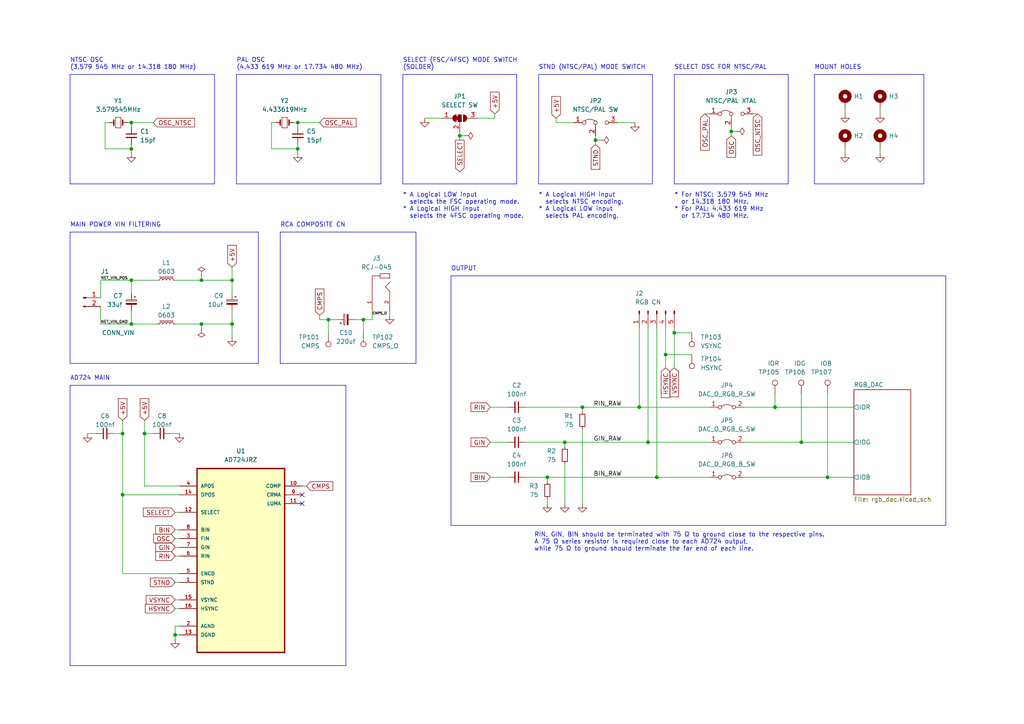
<source format=kicad_sch>
(kicad_sch (version 20230121) (generator eeschema)
  (paper "A4")
  (lib_symbols
    (symbol "AD724JRZ:AD724JRZ" (pin_names (offset 1.016))
      (property "Reference" "U" (at -5.8166 25.5016 0))
      (property "Value" "AD724JRZ" (at -7.7724 -34.1884 0))
      (symbol "AD724JRZ_0_0"
        (rectangle (start -12.7 -30.48) (end 12.7 22.86) (stroke (width 0.4064)) (fill (type background)))
        (pin input line (at -17.78 -10.16 0) (length 5.08) (name "STND") (number "1"))
        (pin output line (at 17.78 17.78 180) (length 5.08) (name "COMP") (number "10"))
        (pin output line (at 17.78 12.7 180) (length 5.08) (name "LUMA") (number "11"))
        (pin input line (at -17.78 10.16 0) (length 5.08) (name "SELECT") (number "12"))
        (pin passive line (at -17.78 -25.4 0) (length 5.08) (name "DGND") (number "13"))
        (pin power_in line (at -17.78 15.24 0) (length 5.08) (name "DPOS") (number "14"))
        (pin input line (at -17.78 -15.24 0) (length 5.08) (name "VSYNC") (number "15"))
        (pin input line (at -17.78 -17.78 0) (length 5.08) (name "HSYNC") (number "16"))
        (pin passive line (at -17.78 -22.86 0) (length 5.08) (name "AGND") (number "2"))
        (pin input line (at -17.78 2.54 0) (length 5.08) (name "FIN") (number "3"))
        (pin power_in line (at -17.78 17.78 0) (length 5.08) (name "APOS") (number "4"))
        (pin input line (at -17.78 -7.62 0) (length 5.08) (name "ENCD") (number "5"))
        (pin input line (at -17.78 -2.54 0) (length 5.08) (name "RIN") (number "6"))
        (pin input line (at -17.78 0 0) (length 5.08) (name "GIN") (number "7"))
        (pin input line (at -17.78 5.08 0) (length 5.08) (name "BIN") (number "8"))
        (pin output line (at 17.78 15.24 180) (length 5.08) (name "CRMA") (number "9"))
      )
    )
    (symbol "Connector:Conn_01x02_Male" (pin_names (offset 1.016) hide)
      (property "Reference" "J" (at 0 2.54 0))
      (property "Value" "Conn_01x02_Male" (at 0 -5.08 0))
      (symbol "Conn_01x02_Male_1_1"
        (polyline (pts (xy 1.27 -2.54) (xy 0.8636 -2.54)) (stroke (width 0.1524)))
        (polyline (pts (xy 1.27 0) (xy 0.8636 0)) (stroke (width 0.1524)))
        (rectangle (start 0.8636 -2.413) (end 0 -2.667) (stroke (width 0.1524)) (fill (type outline)))
        (rectangle (start 0.8636 0.127) (end 0 -0.127) (stroke (width 0.1524)) (fill (type outline)))
        (pin passive line (at 5.08 0 180) (length 3.81) (name "Pin_1") (number "1"))
        (pin passive line (at 5.08 -2.54 180) (length 3.81) (name "Pin_2") (number "2"))
      )
    )
    (symbol "Connector:Conn_01x05_Male" (pin_names (offset 1.016) hide)
      (property "Reference" "J" (at 0 7.62 0))
      (property "Value" "Conn_01x05_Male" (at 0 -7.62 0))
      (symbol "Conn_01x05_Male_1_1"
        (polyline (pts (xy 1.27 -5.08) (xy 0.8636 -5.08)) (stroke (width 0.1524)))
        (polyline (pts (xy 1.27 -2.54) (xy 0.8636 -2.54)) (stroke (width 0.1524)))
        (polyline (pts (xy 1.27 0) (xy 0.8636 0)) (stroke (width 0.1524)))
        (polyline (pts (xy 1.27 2.54) (xy 0.8636 2.54)) (stroke (width 0.1524)))
        (polyline (pts (xy 1.27 5.08) (xy 0.8636 5.08)) (stroke (width 0.1524)))
        (rectangle (start 0.8636 -4.953) (end 0 -5.207) (stroke (width 0.1524)) (fill (type outline)))
        (rectangle (start 0.8636 -2.413) (end 0 -2.667) (stroke (width 0.1524)) (fill (type outline)))
        (rectangle (start 0.8636 0.127) (end 0 -0.127) (stroke (width 0.1524)) (fill (type outline)))
        (rectangle (start 0.8636 2.667) (end 0 2.413) (stroke (width 0.1524)) (fill (type outline)))
        (rectangle (start 0.8636 5.207) (end 0 4.953) (stroke (width 0.1524)) (fill (type outline)))
        (pin passive line (at 5.08 5.08 180) (length 3.81) (name "Pin_1") (number "1"))
        (pin passive line (at 5.08 2.54 180) (length 3.81) (name "Pin_2") (number "2"))
        (pin passive line (at 5.08 0 180) (length 3.81) (name "Pin_3") (number "3"))
        (pin passive line (at 5.08 -2.54 180) (length 3.81) (name "Pin_4") (number "4"))
        (pin passive line (at 5.08 -5.08 180) (length 3.81) (name "Pin_5") (number "5"))
      )
    )
    (symbol "Connector:TestPoint" (pin_numbers hide) (pin_names (offset 0.762) hide)
      (property "Reference" "TP" (at 0 6.858 0))
      (property "Value" "TestPoint" (at 0 5.08 0))
      (symbol "TestPoint_0_1"
        (circle (center 0 3.302) (radius 0.762))
      )
      (symbol "TestPoint_1_1"
        (pin passive line (at 0 0 90) (length 2.54) (name "1") (number "1"))
      )
    )
    (symbol "Device:C_Polarized_Small" (pin_numbers hide) (pin_names (offset 0.254) hide)
      (property "Reference" "C" (at 0.254 1.778 0))
      (property "Value" "C_Polarized_Small" (at 0.254 -2.032 0))
      (symbol "C_Polarized_Small_0_1"
        (rectangle (start -1.524 -0.3048) (end 1.524 -0.6858) (fill (type outline)))
        (rectangle (start -1.524 0.6858) (end 1.524 0.3048))
        (polyline (pts (xy -1.27 1.524) (xy -0.762 1.524)))
        (polyline (pts (xy -1.016 1.27) (xy -1.016 1.778)))
      )
      (symbol "C_Polarized_Small_1_1"
        (pin passive line (at 0 2.54 270) (length 1.8542) (name "~") (number "1"))
        (pin passive line (at 0 -2.54 90) (length 1.8542) (name "~") (number "2"))
      )
    )
    (symbol "Device:C_Small" (pin_numbers hide) (pin_names (offset 0.254) hide)
      (property "Reference" "C" (at 0.254 1.778 0))
      (property "Value" "C_Small" (at 0.254 -2.032 0))
      (symbol "C_Small_0_1"
        (polyline (pts (xy -1.524 -0.508) (xy 1.524 -0.508)) (stroke (width 0.3302)))
        (polyline (pts (xy -1.524 0.508) (xy 1.524 0.508)) (stroke (width 0.3048)))
      )
      (symbol "C_Small_1_1"
        (pin passive line (at 0 2.54 270) (length 2.032) (name "~") (number "1"))
        (pin passive line (at 0 -2.54 90) (length 2.032) (name "~") (number "2"))
      )
    )
    (symbol "Device:Crystal_Small" (pin_numbers hide) (pin_names (offset 1.016) hide)
      (property "Reference" "Y" (at 0 2.54 0))
      (property "Value" "Crystal_Small" (at 0 -2.54 0))
      (symbol "Crystal_Small_0_1"
        (rectangle (start -0.762 -1.524) (end 0.762 1.524))
        (polyline (pts (xy -1.27 -0.762) (xy -1.27 0.762)) (stroke (width 0.381)))
        (polyline (pts (xy 1.27 -0.762) (xy 1.27 0.762)) (stroke (width 0.381)))
      )
      (symbol "Crystal_Small_1_1"
        (pin passive line (at -2.54 0 0) (length 1.27) (name "1") (number "1"))
        (pin passive line (at 2.54 0 180) (length 1.27) (name "2") (number "2"))
      )
    )
    (symbol "Device:L_Ferrite_Small" (pin_numbers hide) (pin_names (offset 0.254) hide)
      (property "Reference" "L" (at 1.27 1.016 0))
      (property "Value" "L_Ferrite_Small" (at 1.27 -1.27 0))
      (symbol "L_Ferrite_Small_0_1"
        (arc (start 0 -2.032) (mid 0.5058 -1.524) (end 0 -1.016))
        (arc (start 0 -1.016) (mid 0.5058 -0.508) (end 0 0))
        (polyline (pts (xy 0.762 -1.905) (xy 0.762 -1.651)))
        (polyline (pts (xy 0.762 -1.397) (xy 0.762 -1.143)))
        (polyline (pts (xy 0.762 -0.889) (xy 0.762 -0.635)))
        (polyline (pts (xy 0.762 -0.381) (xy 0.762 -0.127)))
        (polyline (pts (xy 0.762 0.127) (xy 0.762 0.381)))
        (polyline (pts (xy 0.762 0.635) (xy 0.762 0.889)))
        (polyline (pts (xy 0.762 1.143) (xy 0.762 1.397)))
        (polyline (pts (xy 0.762 1.651) (xy 0.762 1.905)))
        (polyline (pts (xy 1.016 -1.651) (xy 1.016 -1.905)))
        (polyline (pts (xy 1.016 -1.143) (xy 1.016 -1.397)))
        (polyline (pts (xy 1.016 -0.635) (xy 1.016 -0.889)))
        (polyline (pts (xy 1.016 -0.127) (xy 1.016 -0.381)))
        (polyline (pts (xy 1.016 0.381) (xy 1.016 0.127)))
        (polyline (pts (xy 1.016 0.889) (xy 1.016 0.635)))
        (polyline (pts (xy 1.016 1.397) (xy 1.016 1.143)))
        (polyline (pts (xy 1.016 1.905) (xy 1.016 1.651)))
        (arc (start 0 0) (mid 0.5058 0.508) (end 0 1.016))
        (arc (start 0 1.016) (mid 0.5058 1.524) (end 0 2.032))
      )
      (symbol "L_Ferrite_Small_1_1"
        (pin passive line (at 0 2.54 270) (length 0.508) (name "~") (number "1"))
        (pin passive line (at 0 -2.54 90) (length 0.508) (name "~") (number "2"))
      )
    )
    (symbol "Device:R_Small" (pin_numbers hide) (pin_names (offset 0.254) hide)
      (property "Reference" "R" (at 0.762 0.508 0))
      (property "Value" "R_Small" (at 0.762 -1.016 0))
      (symbol "R_Small_0_1"
        (rectangle (start -0.762 1.778) (end 0.762 -1.778) (stroke (width 0.2032)))
      )
      (symbol "R_Small_1_1"
        (pin passive line (at 0 2.54 270) (length 0.762) (name "~") (number "1"))
        (pin passive line (at 0 -2.54 90) (length 0.762) (name "~") (number "2"))
      )
    )
    (symbol "Jumper:Jumper_2_Bridged" (pin_names (offset 0) hide)
      (property "Reference" "JP" (at 0 1.905 0))
      (property "Value" "Jumper_2_Bridged" (at 0 -2.54 0))
      (symbol "Jumper_2_Bridged_0_0"
        (circle (center -2.032 0) (radius 0.508))
        (circle (center 2.032 0) (radius 0.508))
      )
      (symbol "Jumper_2_Bridged_0_1"
        (arc (start 1.524 0.254) (mid 0 0.762) (end -1.524 0.254))
      )
      (symbol "Jumper_2_Bridged_1_1"
        (pin passive line (at -5.08 0 0) (length 2.54) (name "A") (number "1"))
        (pin passive line (at 5.08 0 180) (length 2.54) (name "B") (number "2"))
      )
    )
    (symbol "Jumper:Jumper_3_Bridged12" (pin_names (offset 0) hide)
      (property "Reference" "JP" (at -2.54 -2.54 0))
      (property "Value" "Jumper_3_Bridged12" (at 0 2.794 0))
      (symbol "Jumper_3_Bridged12_0_0"
        (circle (center -3.302 0) (radius 0.508))
        (circle (center 0 0) (radius 0.508))
        (circle (center 3.302 0) (radius 0.508))
      )
      (symbol "Jumper_3_Bridged12_0_1"
        (arc (start -0.254 0.508) (mid -1.651 0.9912) (end -3.048 0.508))
        (polyline (pts (xy 0 -1.27) (xy 0 -0.508)))
      )
      (symbol "Jumper_3_Bridged12_1_1"
        (pin passive line (at -6.35 0 0) (length 2.54) (name "A") (number "1"))
        (pin input line (at 0 -3.81 90) (length 2.54) (name "C") (number "2"))
        (pin passive line (at 6.35 0 180) (length 2.54) (name "B") (number "3"))
      )
    )
    (symbol "Jumper:SolderJumper_3_Bridged12" (pin_names (offset 0) hide)
      (property "Reference" "JP" (at -2.54 -2.54 0))
      (property "Value" "SolderJumper_3_Bridged12" (at 0 2.794 0))
      (symbol "SolderJumper_3_Bridged12_0_1"
        (rectangle (start -1.016 0.508) (end -0.508 -0.508) (fill (type outline)))
        (arc (start -1.016 1.016) (mid -2.0276 0) (end -1.016 -1.016))
        (arc (start -1.016 1.016) (mid -2.0276 0) (end -1.016 -1.016) (fill (type outline)))
        (rectangle (start -0.508 1.016) (end 0.508 -1.016) (fill (type outline)))
        (polyline (pts (xy -2.54 0) (xy -2.032 0)))
        (polyline (pts (xy -1.016 1.016) (xy -1.016 -1.016)))
        (polyline (pts (xy 0 -1.27) (xy 0 -1.016)))
        (polyline (pts (xy 1.016 1.016) (xy 1.016 -1.016)))
        (polyline (pts (xy 2.54 0) (xy 2.032 0)))
        (arc (start 1.016 -1.016) (mid 2.0276 0) (end 1.016 1.016))
        (arc (start 1.016 -1.016) (mid 2.0276 0) (end 1.016 1.016) (fill (type outline)))
      )
      (symbol "SolderJumper_3_Bridged12_1_1"
        (pin passive line (at -5.08 0 0) (length 2.54) (name "A") (number "1"))
        (pin input line (at 0 -3.81 90) (length 2.54) (name "C") (number "2"))
        (pin passive line (at 5.08 0 180) (length 2.54) (name "B") (number "3"))
      )
    )
    (symbol "Mechanical:MountingHole_Pad" (pin_numbers hide) (pin_names (offset 1.016) hide)
      (property "Reference" "H" (at 0 6.35 0))
      (property "Value" "MountingHole_Pad" (at 0 4.445 0))
      (symbol "MountingHole_Pad_0_1"
        (circle (center 0 1.27) (radius 1.27) (stroke (width 1.27)))
      )
      (symbol "MountingHole_Pad_1_1"
        (pin input line (at 0 -2.54 90) (length 2.54) (name "1") (number "1"))
      )
    )
    (symbol "RCJ-045:RCJ-045" (pin_names (offset 1.016) hide)
      (property "Reference" "J" (at -5.6388 4.0894 0))
      (property "Value" "RCJ-045" (at -5.1054 -5.6134 0))
      (symbol "RCJ-045_0_0"
        (polyline (pts (xy -5.715 -0.254) (xy -5.08 -0.254)) (stroke (width 0.1524)))
        (polyline (pts (xy -5.715 2.54) (xy -5.715 -0.254)) (stroke (width 0.1524)))
        (polyline (pts (xy -5.08 -2.54) (xy -5.08 -0.254)) (stroke (width 0.1524)))
        (polyline (pts (xy -5.08 -0.254) (xy -4.445 -0.254)) (stroke (width 0.1524)))
        (polyline (pts (xy -4.445 -0.254) (xy -4.445 2.54)) (stroke (width 0.1524)))
        (polyline (pts (xy -4.445 2.54) (xy -5.715 2.54)) (stroke (width 0.1524)))
        (polyline (pts (xy -1.905 1.27) (xy -3.175 2.54)) (stroke (width 0.1524)))
        (polyline (pts (xy -0.635 2.54) (xy -1.905 1.27)) (stroke (width 0.1524)))
        (polyline (pts (xy 0 -2.54) (xy -5.08 -2.54)) (stroke (width 0.1524)))
        (polyline (pts (xy 0 2.54) (xy -0.635 2.54)) (stroke (width 0.1524)))
        (pin passive line (at 5.08 -2.54 180) (length 5.08) (name "~") (number "1"))
        (pin passive line (at 5.08 2.54 180) (length 5.08) (name "~") (number "2"))
      )
    )
    (symbol "power:GND" (power) (pin_names (offset 0))
      (property "Value" "GND" (at 0 -3.81 0))
      (symbol "GND_0_1"
        (polyline (pts (xy 0 0) (xy 0 -1.27) (xy 1.27 -1.27) (xy 0 -2.54) (xy -1.27 -1.27) (xy 0 -1.27)))
      )
      (symbol "GND_1_1"
        (pin power_in line (at 0 0 270) (length 0) hide (name "GND") (number "1"))
      )
    )
    (symbol "power:PWR_FLAG" (power) (pin_numbers hide) (pin_names (offset 0) hide)
      (property "Value" "PWR_FLAG" (at 0 3.81 0))
      (symbol "PWR_FLAG_0_0"
        (pin power_out line (at 0 0 90) (length 0) (name "pwr") (number "1"))
      )
      (symbol "PWR_FLAG_0_1"
        (polyline (pts (xy 0 0) (xy 0 1.27) (xy -1.016 1.905) (xy 0 2.54) (xy 1.016 1.905) (xy 0 1.27)))
      )
    )
  )
  (junction (at 38.1 35.56))
  (junction (at 67.31 81.28))
  (junction (at 187.96 128.27))
  (junction (at 95.25 92.71))
  (junction (at 41.91 125.73))
  (junction (at 50.8 184.15))
  (junction (at 58.42 93.98))
  (junction (at 193.04 102.87))
  (junction (at 158.75 138.43))
  (junction (at 105.41 92.71))
  (junction (at 133.35 39.37))
  (junction (at 232.41 128.27))
  (junction (at 168.91 118.11))
  (junction (at 38.1 81.28))
  (junction (at 58.42 81.28))
  (junction (at 185.42 118.11))
  (junction (at 163.83 128.27))
  (junction (at 172.72 40.64))
  (junction (at 38.1 43.18))
  (junction (at 86.36 35.56))
  (junction (at 212.09 38.1))
  (junction (at 38.1 93.98))
  (junction (at 240.03 138.43))
  (junction (at 224.79 118.11))
  (junction (at 35.56 125.73))
  (junction (at 86.36 43.18))
  (junction (at 67.31 93.98))
  (junction (at 195.58 96.52))
  (junction (at 35.56 143.51))
  (junction (at 190.5 138.43))
  (no_connect (at 87.63 143.51))
  (no_connect (at 87.63 146.05))
  (wire (pts (xy 67.31 81.28) (xy 67.31 85.09)))
  (wire (pts (xy 212.09 38.1) (xy 212.09 36.83)))
  (wire (pts (xy 193.04 106.68) (xy 193.04 102.87)))
  (wire (pts (xy 232.41 114.3) (xy 232.41 128.27)))
  (wire (pts (xy 44.45 35.56) (xy 38.1 35.56)))
  (polyline (pts (xy 20.32 111.76) (xy 100.33 111.76)))
  (wire (pts (xy 88.9 140.97) (xy 87.63 140.97)))
  (polyline (pts (xy 74.93 105.41) (xy 74.93 67.31)))
  (wire (pts (xy 38.1 81.28) (xy 38.1 85.09)))
  (polyline (pts (xy 149.86 53.34) (xy 149.86 21.59)))
  (wire (pts (xy 92.71 91.44) (xy 92.71 92.71)))
  (wire (pts (xy 30.48 35.56) (xy 30.48 43.18)))
  (wire (pts (xy 92.71 35.56) (xy 86.36 35.56)))
  (wire (pts (xy 219.71 33.02) (xy 218.44 33.02)))
  (wire (pts (xy 195.58 96.52) (xy 195.58 95.25)))
  (wire (pts (xy 35.56 121.92) (xy 35.56 125.73)))
  (wire (pts (xy 50.8 158.75) (xy 52.07 158.75)))
  (wire (pts (xy 147.32 128.27) (xy 142.24 128.27)))
  (polyline (pts (xy 236.22 21.59) (xy 267.97 21.59)))
  (polyline (pts (xy 236.22 21.59) (xy 236.22 53.34)))
  (wire (pts (xy 187.96 95.25) (xy 187.96 128.27)))
  (wire (pts (xy 195.58 106.68) (xy 195.58 96.52)))
  (polyline (pts (xy 267.97 53.34) (xy 267.97 21.59)))
  (wire (pts (xy 38.1 35.56) (xy 36.83 35.56)))
  (wire (pts (xy 92.71 92.71) (xy 95.25 92.71)))
  (wire (pts (xy 172.72 40.64) (xy 172.72 39.37)))
  (wire (pts (xy 50.8 173.99) (xy 52.07 173.99)))
  (wire (pts (xy 142.24 118.11) (xy 147.32 118.11)))
  (wire (pts (xy 50.8 153.67) (xy 52.07 153.67)))
  (polyline (pts (xy 130.81 152.4) (xy 274.32 152.4)))
  (wire (pts (xy 86.36 43.18) (xy 86.36 41.91)))
  (wire (pts (xy 41.91 125.73) (xy 44.45 125.73)))
  (polyline (pts (xy 62.23 53.34) (xy 20.32 53.34)))
  (polyline (pts (xy 120.65 105.41) (xy 120.65 67.31)))
  (wire (pts (xy 123.19 34.29) (xy 128.27 34.29)))
  (wire (pts (xy 29.21 88.9) (xy 29.21 93.98)))
  (polyline (pts (xy 20.32 105.41) (xy 74.93 105.41)))
  (polyline (pts (xy 156.21 21.59) (xy 189.23 21.59)))
  (wire (pts (xy 240.03 114.3) (xy 240.03 138.43)))
  (wire (pts (xy 25.4 125.73) (xy 27.94 125.73)))
  (wire (pts (xy 195.58 96.52) (xy 200.66 96.52)))
  (wire (pts (xy 50.8 93.98) (xy 58.42 93.98)))
  (wire (pts (xy 168.91 146.05) (xy 168.91 124.46)))
  (wire (pts (xy 161.29 34.29) (xy 161.29 35.56)))
  (wire (pts (xy 212.09 38.1) (xy 212.09 39.37)))
  (wire (pts (xy 143.51 33.02) (xy 143.51 34.29)))
  (wire (pts (xy 86.36 36.83) (xy 86.36 35.56)))
  (polyline (pts (xy 20.32 111.76) (xy 20.32 193.04)))
  (wire (pts (xy 50.8 181.61) (xy 50.8 184.15)))
  (polyline (pts (xy 20.32 21.59) (xy 20.32 53.34)))
  (wire (pts (xy 134.62 39.37) (xy 133.35 39.37)))
  (polyline (pts (xy 236.22 53.34) (xy 267.97 53.34)))
  (wire (pts (xy 204.47 33.02) (xy 205.74 33.02)))
  (wire (pts (xy 35.56 166.37) (xy 35.56 143.51)))
  (polyline (pts (xy 195.58 21.59) (xy 228.6 21.59)))
  (polyline (pts (xy 20.32 67.31) (xy 74.93 67.31)))
  (wire (pts (xy 232.41 128.27) (xy 247.65 128.27)))
  (polyline (pts (xy 62.23 21.59) (xy 62.23 53.34)))
  (wire (pts (xy 113.03 91.44) (xy 113.03 90.17)))
  (wire (pts (xy 50.8 161.29) (xy 52.07 161.29)))
  (wire (pts (xy 205.74 118.11) (xy 185.42 118.11)))
  (wire (pts (xy 193.04 102.87) (xy 200.66 102.87)))
  (polyline (pts (xy 68.58 21.59) (xy 110.49 21.59)))
  (wire (pts (xy 224.79 114.3) (xy 224.79 118.11)))
  (wire (pts (xy 163.83 129.54) (xy 163.83 128.27)))
  (wire (pts (xy 30.48 43.18) (xy 38.1 43.18)))
  (wire (pts (xy 52.07 125.73) (xy 49.53 125.73)))
  (polyline (pts (xy 116.84 21.59) (xy 116.84 53.34)))
  (wire (pts (xy 50.8 168.91) (xy 52.07 168.91)))
  (wire (pts (xy 67.31 90.17) (xy 67.31 93.98)))
  (wire (pts (xy 240.03 138.43) (xy 247.65 138.43)))
  (polyline (pts (xy 81.28 105.41) (xy 120.65 105.41)))
  (polyline (pts (xy 81.28 67.31) (xy 81.28 105.41)))
  (wire (pts (xy 52.07 166.37) (xy 35.56 166.37)))
  (polyline (pts (xy 68.58 21.59) (xy 68.58 53.34)))
  (wire (pts (xy 95.25 92.71) (xy 97.79 92.71)))
  (wire (pts (xy 52.07 143.51) (xy 35.56 143.51)))
  (wire (pts (xy 78.74 43.18) (xy 86.36 43.18)))
  (polyline (pts (xy 116.84 53.34) (xy 149.86 53.34)))
  (polyline (pts (xy 156.21 53.34) (xy 189.23 53.34)))
  (wire (pts (xy 245.11 44.45) (xy 245.11 43.18)))
  (polyline (pts (xy 274.32 152.4) (xy 274.32 80.01)))
  (wire (pts (xy 190.5 95.25) (xy 190.5 138.43)))
  (wire (pts (xy 107.95 92.71) (xy 107.95 90.17)))
  (wire (pts (xy 193.04 102.87) (xy 193.04 95.25)))
  (wire (pts (xy 50.8 184.15) (xy 52.07 184.15)))
  (wire (pts (xy 255.27 33.02) (xy 255.27 31.75)))
  (wire (pts (xy 67.31 81.28) (xy 58.42 81.28)))
  (wire (pts (xy 172.72 40.64) (xy 172.72 41.91)))
  (wire (pts (xy 67.31 77.47) (xy 67.31 81.28)))
  (polyline (pts (xy 130.81 80.01) (xy 130.81 152.4)))
  (wire (pts (xy 78.74 35.56) (xy 80.01 35.56)))
  (wire (pts (xy 52.07 181.61) (xy 50.8 181.61)))
  (wire (pts (xy 29.21 86.36) (xy 29.21 81.28)))
  (wire (pts (xy 58.42 95.25) (xy 58.42 93.98)))
  (polyline (pts (xy 20.32 67.31) (xy 20.32 105.41)))
  (wire (pts (xy 161.29 35.56) (xy 166.37 35.56)))
  (wire (pts (xy 50.8 176.53) (xy 52.07 176.53)))
  (wire (pts (xy 52.07 140.97) (xy 41.91 140.97)))
  (wire (pts (xy 215.9 138.43) (xy 240.03 138.43)))
  (wire (pts (xy 29.21 93.98) (xy 38.1 93.98)))
  (polyline (pts (xy 20.32 21.59) (xy 62.23 21.59)))
  (wire (pts (xy 86.36 44.45) (xy 86.36 43.18)))
  (wire (pts (xy 38.1 36.83) (xy 38.1 35.56)))
  (wire (pts (xy 35.56 125.73) (xy 35.56 143.51)))
  (polyline (pts (xy 116.84 21.59) (xy 149.86 21.59)))
  (wire (pts (xy 168.91 118.11) (xy 152.4 118.11)))
  (wire (pts (xy 163.83 128.27) (xy 187.96 128.27)))
  (wire (pts (xy 133.35 39.37) (xy 133.35 38.1)))
  (wire (pts (xy 105.41 92.71) (xy 105.41 96.52)))
  (wire (pts (xy 187.96 128.27) (xy 205.74 128.27)))
  (wire (pts (xy 158.75 138.43) (xy 190.5 138.43)))
  (wire (pts (xy 33.02 125.73) (xy 35.56 125.73)))
  (wire (pts (xy 215.9 128.27) (xy 232.41 128.27)))
  (wire (pts (xy 58.42 93.98) (xy 67.31 93.98)))
  (wire (pts (xy 41.91 140.97) (xy 41.91 125.73)))
  (wire (pts (xy 50.8 156.21) (xy 52.07 156.21)))
  (wire (pts (xy 45.72 81.28) (xy 38.1 81.28)))
  (wire (pts (xy 184.15 35.56) (xy 179.07 35.56)))
  (wire (pts (xy 168.91 119.38) (xy 168.91 118.11)))
  (wire (pts (xy 133.35 39.37) (xy 133.35 40.64)))
  (polyline (pts (xy 110.49 53.34) (xy 68.58 53.34)))
  (wire (pts (xy 50.8 185.42) (xy 50.8 184.15)))
  (wire (pts (xy 58.42 80.01) (xy 58.42 81.28)))
  (wire (pts (xy 78.74 35.56) (xy 78.74 43.18)))
  (wire (pts (xy 38.1 43.18) (xy 38.1 41.91)))
  (wire (pts (xy 142.24 138.43) (xy 147.32 138.43)))
  (wire (pts (xy 105.41 92.71) (xy 107.95 92.71)))
  (wire (pts (xy 29.21 81.28) (xy 38.1 81.28)))
  (wire (pts (xy 30.48 35.56) (xy 31.75 35.56)))
  (wire (pts (xy 245.11 33.02) (xy 245.11 31.75)))
  (wire (pts (xy 50.8 148.59) (xy 52.07 148.59)))
  (polyline (pts (xy 189.23 53.34) (xy 189.23 21.59)))
  (wire (pts (xy 41.91 121.92) (xy 41.91 125.73)))
  (wire (pts (xy 158.75 146.05) (xy 158.75 144.78)))
  (wire (pts (xy 102.87 92.71) (xy 105.41 92.71)))
  (wire (pts (xy 38.1 90.17) (xy 38.1 93.98)))
  (wire (pts (xy 38.1 44.45) (xy 38.1 43.18)))
  (polyline (pts (xy 156.21 21.59) (xy 156.21 53.34)))
  (wire (pts (xy 86.36 35.56) (xy 85.09 35.56)))
  (polyline (pts (xy 100.33 193.04) (xy 100.33 111.76)))
  (wire (pts (xy 215.9 118.11) (xy 224.79 118.11)))
  (wire (pts (xy 158.75 138.43) (xy 152.4 138.43)))
  (wire (pts (xy 143.51 34.29) (xy 138.43 34.29)))
  (polyline (pts (xy 110.49 21.59) (xy 110.49 53.34)))
  (wire (pts (xy 185.42 118.11) (xy 168.91 118.11)))
  (polyline (pts (xy 195.58 53.34) (xy 228.6 53.34)))
  (wire (pts (xy 173.99 40.64) (xy 172.72 40.64)))
  (polyline (pts (xy 20.32 193.04) (xy 100.33 193.04)))
  (polyline (pts (xy 130.81 80.01) (xy 274.32 80.01)))
  (polyline (pts (xy 228.6 53.34) (xy 228.6 21.59)))
  (wire (pts (xy 224.79 118.11) (xy 247.65 118.11)))
  (wire (pts (xy 95.25 92.71) (xy 95.25 96.52)))
  (wire (pts (xy 163.83 128.27) (xy 152.4 128.27)))
  (wire (pts (xy 45.72 93.98) (xy 38.1 93.98)))
  (wire (pts (xy 163.83 146.05) (xy 163.83 134.62)))
  (wire (pts (xy 67.31 93.98) (xy 67.31 97.79)))
  (wire (pts (xy 255.27 44.45) (xy 255.27 43.18)))
  (wire (pts (xy 190.5 138.43) (xy 205.74 138.43)))
  (polyline (pts (xy 81.28 67.31) (xy 120.65 67.31)))
  (wire (pts (xy 213.36 38.1) (xy 212.09 38.1)))
  (wire (pts (xy 185.42 95.25) (xy 185.42 118.11)))
  (wire (pts (xy 158.75 139.7) (xy 158.75 138.43)))
  (polyline (pts (xy 195.58 21.59) (xy 195.58 53.34)))
  (wire (pts (xy 58.42 81.28) (xy 50.8 81.28)))
  (text "OUTPUT" (at 130.81 78.74 0) (effects (font (size 1.27 1.27)) (justify left bottom)))
  (text "* For NTSC: 3.579 545 MHz\n  or 14.318 180 MHz.\n* For PAL: 4.433 619 MHz\n  or 17.734 480 MHz." (at 195.58 63.5 0) (effects (font (size 1.27 1.27)) (justify left bottom)))
  (text "SELECT (FSC/4FSC) MODE SWITCH\n(SOLDER)" (at 116.84 20.32 0) (effects (font (size 1.27 1.27)) (justify left bottom)))
  (text "AD724 MAIN" (at 20.32 110.49 0) (effects (font (size 1.27 1.27)) (justify left bottom)))
  (text "* A Logical HIGH input\n  selects NTSC encoding.\n* A Logical LOW input\n  selects PAL encoding." (at 156.21 63.5 0) (effects (font (size 1.27 1.27)) (justify left bottom)))
  (text "RCA COMPOSITE CN" (at 81.28 66.04 0) (effects (font (size 1.27 1.27)) (justify left bottom)))
  (text "SELECT OSC FOR NTSC/PAL" (at 195.58 20.32 0) (effects (font (size 1.27 1.27)) (justify left bottom)))
  (text "NTSC OSC\n(3.579 545 MHz or 14.318 180 MHz)" (at 20.32 20.32 0) (effects (font (size 1.27 1.27)) (justify left bottom)))
  (text "MOUNT HOLES" (at 236.22 20.32 0) (effects (font (size 1.27 1.27)) (justify left bottom)))
  (text "PAL OSC\n(4.433 619 MHz or 17.734 480 MHz)" (at 68.58 20.32 0) (effects (font (size 1.27 1.27)) (justify left bottom)))
  (text "* A Logical LOW input\n  selects the FSC operating mode.\n* A Logical HIGH input\n  selects the 4FSC operating mode." (at 116.84 63.5 0) (effects (font (size 1.27 1.27)) (justify left bottom)))
  (text "RIN, GIN, BIN should be terminated with 75 Ω to ground close to the respective pins.\nA 75 Ω series resistor is required close to each AD724 output,\nwhile 75 Ω to ground should terminate the far end of each line." (at 154.94 160.02 0) (effects (font (size 1.27 1.27)) (justify left bottom)))
  (text "MAIN POWER VIN FILTERING" (at 20.32 66.04 0) (effects (font (size 1.27 1.27)) (justify left bottom)))
  (text "STND (NTSC/PAL) MODE SWITCH" (at 156.21 20.32 0) (effects (font (size 1.27 1.27)) (justify left bottom)))
  (label "BIN_RAW" (at 180.34 138.43 180))
  (label "NET_VIN_GND" (at 29.21 93.98 0) (effects (font (size 0.8 0.8))))
  (label "RIN_RAW" (at 180.34 118.11 180))
  (label "GIN_RAW" (at 180.34 128.27 180))
  (label "CMPS_O" (at 107.95 91.44 0) (effects (font (size 0.7 0.7))))
  (label "NET_VIN_POS" (at 29.21 81.28 0) (effects (font (size 0.8 0.8))))
  (global_label "GIN" (shape input) (at 50.8 158.75 180) (property "Intersheetrefs" "${INTERSHEET_REFS}" (effects hide)))
  (global_label "+5V" (shape input) (at 161.29 34.29 90) (property "Intersheetrefs" "${INTERSHEET_REFS}" (effects hide)))
  (global_label "+5V" (shape input) (at 67.31 77.47 90) (property "Intersheetrefs" "${INTERSHEET_REFS}" (effects hide)))
  (global_label "+5V" (shape input) (at 41.91 121.92 90) (property "Intersheetrefs" "${INTERSHEET_REFS}" (effects hide)))
  (global_label "HSYNC" (shape input) (at 193.04 106.68 270) (property "Intersheetrefs" "${INTERSHEET_REFS}" (effects hide)))
  (global_label "OSC" (shape input) (at 212.09 39.37 270) (property "Intersheetrefs" "${INTERSHEET_REFS}" (effects hide)))
  (global_label "HSYNC" (shape input) (at 50.8 176.53 180) (property "Intersheetrefs" "${INTERSHEET_REFS}" (effects hide)))
  (global_label "GIN" (shape input) (at 142.24 128.27 180) (property "Intersheetrefs" "${INTERSHEET_REFS}" (effects hide)))
  (global_label "VSYNC" (shape input) (at 195.58 106.68 270) (property "Intersheetrefs" "${INTERSHEET_REFS}" (effects hide)))
  (global_label "OSC" (shape input) (at 50.8 156.21 180) (property "Intersheetrefs" "${INTERSHEET_REFS}" (effects hide)))
  (global_label "OSC_NTSC" (shape input) (at 44.45 35.56 0) (property "Intersheetrefs" "${INTERSHEET_REFS}" (effects hide)))
  (global_label "VSYNC" (shape input) (at 50.8 173.99 180) (property "Intersheetrefs" "${INTERSHEET_REFS}" (effects hide)))
  (global_label "STND" (shape input) (at 172.72 41.91 270) (property "Intersheetrefs" "${INTERSHEET_REFS}" (effects hide)))
  (global_label "OSC_NTSC" (shape input) (at 219.71 33.02 270) (property "Intersheetrefs" "${INTERSHEET_REFS}" (effects hide)))
  (global_label "BIN" (shape input) (at 142.24 138.43 180) (property "Intersheetrefs" "${INTERSHEET_REFS}" (effects hide)))
  (global_label "CMPS" (shape input) (at 92.71 91.44 90) (property "Intersheetrefs" "${INTERSHEET_REFS}" (effects hide)))
  (global_label "CMPS" (shape input) (at 88.9 140.97 0) (property "Intersheetrefs" "${INTERSHEET_REFS}" (effects hide)))
  (global_label "RIN" (shape input) (at 142.24 118.11 180) (property "Intersheetrefs" "${INTERSHEET_REFS}" (effects hide)))
  (global_label "+5V" (shape input) (at 143.51 33.02 90) (property "Intersheetrefs" "${INTERSHEET_REFS}" (effects hide)))
  (global_label "RIN" (shape input) (at 50.8 161.29 180) (property "Intersheetrefs" "${INTERSHEET_REFS}" (effects hide)))
  (global_label "BIN" (shape input) (at 50.8 153.67 180) (property "Intersheetrefs" "${INTERSHEET_REFS}" (effects hide)))
  (global_label "OSC_PAL" (shape input) (at 204.47 33.02 270) (property "Intersheetrefs" "${INTERSHEET_REFS}" (effects hide)))
  (global_label "SELECT" (shape output) (at 133.35 40.64 270) (property "Intersheetrefs" "${INTERSHEET_REFS}" (effects hide)))
  (global_label "SELECT" (shape input) (at 50.8 148.59 180) (property "Intersheetrefs" "${INTERSHEET_REFS}" (effects hide)))
  (global_label "OSC_PAL" (shape input) (at 92.71 35.56 0) (property "Intersheetrefs" "${INTERSHEET_REFS}" (effects hide)))
  (global_label "STND" (shape input) (at 50.8 168.91 180) (property "Intersheetrefs" "${INTERSHEET_REFS}" (effects hide)))
  (global_label "+5V" (shape input) (at 35.56 121.92 90) (property "Intersheetrefs" "${INTERSHEET_REFS}" (effects hide)))
  (symbol (lib_id "Connector:TestPoint") (at 200.66 96.52 180) (unit 1)
    (property "Reference" "TP103" (at 203.2 97.79 0) (effects (justify right)))
    (property "Value" "VSYNC" (at 203.2 100.33 0) (effects (justify right)))
    (property "Footprint" "TestPoint:TestPoint_Loop_D2.60mm_Drill0.9mm_Beaded" (effects hide))
  )
  (symbol (lib_id "Jumper:SolderJumper_3_Bridged12") (at 133.35 34.29 0) (unit 1)
    (property "Reference" "JP1" (at 133.35 27.94 0))
    (property "Value" "SELECT SW" (at 133.35 30.48 0))
    (property "Footprint" "Jumper:SolderJumper-3_P1.3mm_Open_RoundedPad1.0x1.5mm" (effects hide))
  )
  (symbol (lib_id "power:GND") (at 168.91 146.05 0) (mirror y) (unit 1)
    (property "Reference" "#PWR03" (effects hide))
    (property "Value" "GND" (effects hide))
  )
  (symbol (lib_id "Device:R_Small") (at 163.83 132.08 0) (mirror y) (unit 1)
    (property "Reference" "R2" (at 161.29 130.8099 0) (effects (justify left)))
    (property "Value" "75" (at 161.29 133.3499 0) (effects (justify left)))
    (property "Footprint" "Resistor_SMD:R_0603_1608Metric_Pad0.98x0.95mm_HandSolder" (effects hide))
  )
  (symbol (lib_id "power:GND") (at 123.19 34.29 0) (unit 1)
    (property "Reference" "#PWR014" (effects hide))
    (property "Value" "GND" (effects hide))
  )
  (symbol (lib_id "power:GND") (at 25.4 125.73 0) (unit 1)
    (property "Reference" "#PWR09" (effects hide))
    (property "Value" "GND" (effects hide))
  )
  (symbol (lib_id "power:GND") (at 113.03 91.44 0) (unit 1)
    (property "Reference" "#PWR016" (effects hide))
    (property "Value" "GND" (effects hide))
  )
  (symbol (lib_id "Device:L_Ferrite_Small") (at 48.26 81.28 270) (mirror x) (unit 1)
    (property "Reference" "L1" (at 48.26 76.2 90))
    (property "Value" "0603" (at 48.26 78.74 90))
    (property "Footprint" "Inductor_SMD:L_0603_1608Metric_Pad1.05x0.95mm_HandSolder" (effects hide))
  )
  (symbol (lib_id "Connector:TestPoint") (at 95.25 96.52 0) (mirror x) (unit 1)
    (property "Reference" "TP101" (at 92.71 97.79 0) (effects (justify right)))
    (property "Value" "CMPS" (at 92.71 100.33 0) (effects (justify right)))
    (property "Footprint" "TestPoint:TestPoint_Loop_D2.60mm_Drill0.9mm_Beaded" (effects hide))
  )
  (symbol (lib_id "Device:C_Small") (at 86.36 39.37 0) (unit 1)
    (property "Reference" "C5" (at 88.9 38.1062 0) (effects (justify left)))
    (property "Value" "15pf" (at 88.9 40.6462 0) (effects (justify left)))
    (property "Footprint" "Capacitor_SMD:C_0603_1608Metric_Pad1.08x0.95mm_HandSolder" (effects hide))
  )
  (symbol (lib_id "Device:L_Ferrite_Small") (at 48.26 93.98 270) (mirror x) (unit 1)
    (property "Reference" "L2" (at 48.26 88.9 90))
    (property "Value" "0603" (at 48.26 91.44 90))
    (property "Footprint" "Inductor_SMD:L_0603_1608Metric_Pad1.05x0.95mm_HandSolder" (effects hide))
  )
  (symbol (lib_id "power:GND") (at 245.11 33.02 0) (unit 1)
    (property "Reference" "#PWR0102" (effects hide))
    (property "Value" "GND" (effects hide))
  )
  (symbol (lib_id "Mechanical:MountingHole_Pad") (at 255.27 29.21 0) (unit 1)
    (property "Reference" "H3" (at 257.81 27.9399 0) (effects (justify left)))
    (property "Value" "MountingHole_Pad" (effects hide))
    (property "Footprint" "MountingHole:MountingHole_3.2mm_M3_Pad_Via" (effects hide))
  )
  (symbol (lib_id "power:GND") (at 67.31 97.79 0) (mirror y) (unit 1)
    (property "Reference" "#PWR04" (effects hide))
    (property "Value" "GND" (effects hide))
  )
  (symbol (lib_id "Device:C_Small") (at 149.86 138.43 270) (mirror x) (unit 1)
    (property "Reference" "C4" (at 149.8537 132.08 90))
    (property "Value" "100nf" (at 149.8537 134.62 90))
    (property "Footprint" "Capacitor_SMD:C_0603_1608Metric_Pad1.08x0.95mm_HandSolder" (effects hide))
  )
  (symbol (lib_id "Device:Crystal_Small") (at 82.55 35.56 0) (unit 1)
    (property "Reference" "Y2" (at 82.55 29.21 0))
    (property "Value" "4.433619MHz" (at 82.55 31.75 0))
    (property "Footprint" "Crystal:Crystal_HC49-U_Vertical" (effects hide))
  )
  (symbol (lib_id "Device:C_Polarized_Small") (at 38.1 87.63 0) (mirror y) (unit 1)
    (property "Reference" "C7" (at 35.56 85.8138 0) (effects (justify left)))
    (property "Value" "33uf" (at 35.56 88.3538 0) (effects (justify left)))
    (property "Footprint" "Capacitor_Tantalum_SMD:CP_EIA-3528-21_Kemet-B_Pad1.50x2.35mm_HandSolder" (effects hide))
  )
  (symbol (lib_id "Device:C_Polarized_Small") (at 67.31 87.63 0) (mirror y) (unit 1)
    (property "Reference" "C9" (at 64.77 85.8138 0) (effects (justify left)))
    (property "Value" "10uf" (at 64.77 88.3538 0) (effects (justify left)))
    (property "Footprint" "Capacitor_Tantalum_SMD:CP_EIA-3216-18_Kemet-A_Pad1.58x1.35mm_HandSolder" (effects hide))
  )
  (symbol (lib_id "Jumper:Jumper_3_Bridged12") (at 172.72 35.56 0) (unit 1)
    (property "Reference" "JP2" (at 172.72 29.21 0))
    (property "Value" "NTSC/PAL SW" (at 172.72 31.75 0))
    (property "Footprint" "Connector_PinHeader_2.54mm:PinHeader_1x03_P2.54mm_Vertical" (effects hide))
  )
  (symbol (lib_id "Device:Crystal_Small") (at 34.29 35.56 0) (unit 1)
    (property "Reference" "Y1" (at 34.29 29.21 0))
    (property "Value" "3.579545MHz" (at 34.29 31.75 0))
    (property "Footprint" "Crystal:Crystal_HC49-4H_Vertical" (effects hide))
  )
  (symbol (lib_id "Jumper:Jumper_2_Bridged") (at 210.82 128.27 0) (unit 1)
    (property "Reference" "JP5" (at 210.82 121.92 0))
    (property "Value" "DAC_O_RGB_G_SW" (at 210.82 124.46 0))
    (property "Footprint" "Connector_PinHeader_2.54mm:PinHeader_1x02_P2.54mm_Vertical" (effects hide))
  )
  (symbol (lib_id "power:PWR_FLAG") (at 58.42 80.01 0) (unit 1)
    (property "Reference" "#FLG01" (effects hide))
    (property "Value" "PWR_FLAG" (effects hide))
  )
  (symbol (lib_id "Jumper:Jumper_2_Bridged") (at 210.82 118.11 0) (unit 1)
    (property "Reference" "JP4" (at 210.82 111.76 0))
    (property "Value" "DAC_O_RGB_R_SW" (at 210.82 114.3 0))
    (property "Footprint" "Connector_PinHeader_2.54mm:PinHeader_1x02_P2.54mm_Vertical" (effects hide))
  )
  (symbol (lib_id "power:GND") (at 255.27 33.02 0) (unit 1)
    (property "Reference" "#PWR0103" (effects hide))
    (property "Value" "GND" (effects hide))
  )
  (symbol (lib_id "power:GND") (at 184.15 35.56 0) (unit 1)
    (property "Reference" "#PWR015" (effects hide))
    (property "Value" "GND" (effects hide))
  )
  (symbol (lib_id "Jumper:Jumper_2_Bridged") (at 210.82 138.43 0) (unit 1)
    (property "Reference" "JP6" (at 210.82 132.08 0))
    (property "Value" "DAC_O_RGB_B_SW" (at 210.82 134.62 0))
    (property "Footprint" "Connector_PinHeader_2.54mm:PinHeader_1x02_P2.54mm_Vertical" (effects hide))
  )
  (symbol (lib_id "Connector:TestPoint") (at 105.41 96.52 180) (unit 1)
    (property "Reference" "TP102" (at 107.95 97.79 0) (effects (justify right)))
    (property "Value" "CMPS_O" (at 107.95 100.33 0) (effects (justify right)))
    (property "Footprint" "TestPoint:TestPoint_Loop_D2.60mm_Drill0.9mm_Beaded" (effects hide))
  )
  (symbol (lib_id "Device:C_Small") (at 46.99 125.73 90) (unit 1)
    (property "Reference" "C8" (at 46.99 120.65 90))
    (property "Value" "100nf" (at 46.99 123.19 90))
    (property "Footprint" "Capacitor_SMD:C_0603_1608Metric_Pad1.08x0.95mm_HandSolder" (effects hide))
  )
  (symbol (lib_id "power:PWR_FLAG") (at 134.62 39.37 270) (unit 1)
    (property "Reference" "#FLG03" (effects hide))
    (property "Value" "PWR_FLAG" (effects hide))
  )
  (symbol (lib_id "Device:C_Small") (at 30.48 125.73 90) (unit 1)
    (property "Reference" "C6" (at 30.48 120.65 90))
    (property "Value" "100nf" (at 30.48 123.19 90))
    (property "Footprint" "Capacitor_SMD:C_0603_1608Metric_Pad1.08x0.95mm_HandSolder" (effects hide))
  )
  (symbol (lib_id "power:GND") (at 38.1 44.45 0) (unit 1)
    (property "Reference" "#PWR02" (effects hide))
    (property "Value" "GND" (effects hide))
  )
  (symbol (lib_id "Connector:TestPoint") (at 224.79 114.3 0) (unit 1)
    (property "Reference" "TP105" (at 226.06 107.95 0) (effects (justify right)))
    (property "Value" "IOR" (at 226.06 105.41 0) (effects (justify right)))
    (property "Footprint" "TestPoint:TestPoint_Loop_D2.60mm_Drill0.9mm_Beaded" (effects hide))
  )
  (symbol (lib_id "Device:C_Small") (at 149.86 118.11 270) (mirror x) (unit 1)
    (property "Reference" "C2" (at 149.8537 111.76 90))
    (property "Value" "100nf" (at 149.8537 114.3 90))
    (property "Footprint" "Capacitor_SMD:C_0603_1608Metric_Pad1.08x0.95mm_HandSolder" (effects hide))
  )
  (symbol (lib_id "power:PWR_FLAG") (at 213.36 38.1 270) (unit 1)
    (property "Reference" "#FLG05" (effects hide))
    (property "Value" "PWR_FLAG" (effects hide))
  )
  (symbol (lib_id "Mechanical:MountingHole_Pad") (at 245.11 40.64 0) (unit 1)
    (property "Reference" "H2" (at 247.65 39.3699 0) (effects (justify left)))
    (property "Value" "MountingHole_Pad" (effects hide))
    (property "Footprint" "MountingHole:MountingHole_3.2mm_M3_Pad_Via" (effects hide))
  )
  (symbol (lib_id "Mechanical:MountingHole_Pad") (at 245.11 29.21 0) (unit 1)
    (property "Reference" "H1" (at 247.65 27.9399 0) (effects (justify left)))
    (property "Value" "MountingHole_Pad" (effects hide))
    (property "Footprint" "MountingHole:MountingHole_3.2mm_M3_Pad_Via" (effects hide))
  )
  (symbol (lib_id "power:GND") (at 158.75 146.05 0) (mirror y) (unit 1)
    (property "Reference" "#PWR06" (effects hide))
    (property "Value" "GND" (effects hide))
  )
  (symbol (lib_id "Jumper:Jumper_3_Bridged12") (at 212.09 33.02 0) (unit 1)
    (property "Reference" "JP3" (at 212.09 26.67 0))
    (property "Value" "NTSC/PAL XTAL" (at 212.09 29.21 0))
    (property "Footprint" "Connector_PinHeader_2.54mm:PinHeader_1x03_P2.54mm_Vertical" (effects hide))
  )
  (symbol (lib_id "Device:C_Small") (at 149.86 128.27 270) (mirror x) (unit 1)
    (property "Reference" "C3" (at 149.8537 121.92 90))
    (property "Value" "100nf" (at 149.8537 124.46 90))
    (property "Footprint" "Capacitor_SMD:C_0603_1608Metric_Pad1.08x0.95mm_HandSolder" (effects hide))
  )
  (symbol (lib_id "Connector:TestPoint") (at 232.41 114.3 0) (unit 1)
    (property "Reference" "TP106" (at 233.68 107.95 0) (effects (justify right)))
    (property "Value" "IOG" (at 233.68 105.41 0) (effects (justify right)))
    (property "Footprint" "TestPoint:TestPoint_Loop_D2.60mm_Drill0.9mm_Beaded" (effects hide))
  )
  (symbol (lib_id "power:GND") (at 163.83 146.05 0) (mirror y) (unit 1)
    (property "Reference" "#PWR05" (effects hide))
    (property "Value" "GND" (effects hide))
  )
  (symbol (lib_id "power:GND") (at 255.27 44.45 0) (unit 1)
    (property "Reference" "#PWR0104" (effects hide))
    (property "Value" "GND" (effects hide))
  )
  (symbol (lib_id "power:GND") (at 50.8 185.42 0) (unit 1)
    (property "Reference" "#PWR011" (effects hide))
    (property "Value" "GND" (effects hide))
  )
  (symbol (lib_id "Device:R_Small") (at 158.75 142.24 0) (mirror y) (unit 1)
    (property "Reference" "R3" (at 156.21 140.9699 0) (effects (justify left)))
    (property "Value" "75" (at 156.21 143.5099 0) (effects (justify left)))
    (property "Footprint" "Resistor_SMD:R_0603_1608Metric_Pad0.98x0.95mm_HandSolder" (effects hide))
  )
  (symbol (lib_id "Connector:TestPoint") (at 240.03 114.3 0) (unit 1)
    (property "Reference" "TP107" (at 241.3 107.95 0) (effects (justify right)))
    (property "Value" "IOB" (at 241.3 105.41 0) (effects (justify right)))
    (property "Footprint" "TestPoint:TestPoint_Loop_D2.60mm_Drill0.9mm_Beaded" (effects hide))
  )
  (symbol (lib_id "Connector:TestPoint") (at 200.66 102.87 180) (unit 1)
    (property "Reference" "TP104" (at 203.2 104.14 0) (effects (justify right)))
    (property "Value" "HSYNC" (at 203.2 106.68 0) (effects (justify right)))
    (property "Footprint" "TestPoint:TestPoint_Loop_D2.60mm_Drill0.9mm_Beaded" (effects hide))
  )
  (symbol (lib_id "power:GND") (at 86.36 44.45 0) (unit 1)
    (property "Reference" "#PWR08" (effects hide))
    (property "Value" "GND" (effects hide))
  )
  (symbol (lib_id "Mechanical:MountingHole_Pad") (at 255.27 40.64 0) (unit 1)
    (property "Reference" "H4" (at 257.81 39.3699 0) (effects (justify left)))
    (property "Value" "MountingHole_Pad" (effects hide))
    (property "Footprint" "MountingHole:MountingHole_3.2mm_M3_Pad_Via" (effects hide))
  )
  (symbol (lib_id "power:PWR_FLAG") (at 58.42 95.25 0) (mirror x) (unit 1)
    (property "Reference" "#FLG0101" (effects hide))
    (property "Value" "PWR_FLAG" (effects hide))
  )
  (symbol (lib_id "power:PWR_FLAG") (at 173.99 40.64 270) (unit 1)
    (property "Reference" "#FLG04" (effects hide))
    (property "Value" "PWR_FLAG" (effects hide))
  )
  (symbol (lib_id "Device:R_Small") (at 168.91 121.92 0) (mirror y) (unit 1)
    (property "Reference" "R1" (at 166.37 120.6499 0) (effects (justify left)))
    (property "Value" "75" (at 166.37 123.1899 0) (effects (justify left)))
    (property "Footprint" "Resistor_SMD:R_0603_1608Metric_Pad0.98x0.95mm_HandSolder" (effects hide))
  )
  (symbol (lib_id "Device:C_Polarized_Small") (at 100.33 92.71 90) (unit 1)
    (property "Reference" "C10" (at 100.33 96.52 90))
    (property "Value" "220uf" (at 100.33 99.06 90))
    (property "Footprint" "Capacitor_THT:C_Radial_D5.0mm_H11.0mm_P2.00mm" (effects hide))
  )
  (symbol (lib_id "power:GND") (at 52.07 125.73 0) (unit 1)
    (property "Reference" "#PWR012" (effects hide))
    (property "Value" "GND" (effects hide))
  )
  (symbol (lib_id "Connector:Conn_01x02_Male") (at 24.13 86.36 0) (unit 1)
    (property "Reference" "J1" (at 30.48 78.74 0))
    (property "Value" "CONN_VIN" (at 34.29 96.52 0))
    (property "Footprint" "Connector_JST:JST_XH_B2B-XH-A_1x02_P2.50mm_Vertical" (effects hide))
  )
  (symbol (lib_id "Connector:Conn_01x05_Male") (at 190.5 90.17 90) (mirror x) (unit 1)
    (property "Reference" "J2" (at 185.42 85.09 90))
    (property "Value" "RGB CN" (at 187.96 87.63 90))
    (property "Footprint" "Connector_JST:JST_XH_B5B-XH-A_1x05_P2.50mm_Vertical" (effects hide))
  )
  (symbol (lib_id "AD724JRZ:AD724JRZ") (at 69.85 158.75 0) (unit 1)
    (property "Reference" "U1" (at 69.85 130.81 0))
    (property "Value" "AD724JRZ" (at 69.85 133.35 0))
    (property "Footprint" "footprints:SOIC127P1032X265-16N" (effects hide))
    (property "SUPPLIER" "Analog Devices" (effects hide))
    (property "OC_NEWARK" "87H9975" (effects hide))
    (property "PACKAGE" "SOIC-16" (effects hide))
    (property "MPN" "AD724JRZ" (effects hide))
    (property "OC_FARNELL" "1661053" (effects hide))
  )
  (symbol (lib_id "Device:C_Small") (at 38.1 39.37 0) (unit 1)
    (property "Reference" "C1" (at 40.64 38.1062 0) (effects (justify left)))
    (property "Value" "15pf" (at 40.64 40.6462 0) (effects (justify left)))
    (property "Footprint" "Capacitor_SMD:C_0603_1608Metric_Pad1.08x0.95mm_HandSolder" (effects hide))
  )
  (symbol (lib_id "RCJ-045:RCJ-045") (at 110.49 85.09 270) (unit 1)
    (property "Reference" "J3" (at 109.22 74.93 90))
    (property "Value" "RCJ-045" (at 109.22 77.47 90))
    (property "Footprint" "Connector:CUI_RCJ-JP" (effects hide))
    (property "DESCRIPTION" "Metal Right-Angle, RCA Jack, Blue Housing and Insulation" (effects hide))
    (property "MP" "RCJ-045" (effects hide))
    (property "PACKAGE" "None" (effects hide))
    (property "PRICE" "None" (effects hide))
    (property "AVAILABILITY" "Unavailable" (effects hide))
    (property "CUI_PURCHASE_URL" "https://www.cuidevices.com/product/interconnect/connectors/rca-connectors/rcj-04-series?utm_source=snapeda.com&utm_medium=referral&utm_campaign=snapedaBOM" (effects hide))
    (property "MF" "CUI Devices" (effects hide))
  )
  (symbol (lib_id "power:GND") (at 245.11 44.45 0) (unit 1)
    (property "Reference" "#PWR0101" (effects hide))
    (property "Value" "GND" (effects hide))
  )
  (sheet (at 247.65 113.03) (size 16.51 30.48) (stroke (width 0.1524))
    (property "Sheetname" "RGB_DAC" (at 247.65 112.3184 0) (effects (justify left bottom)))
    (property "Sheetfile" "rgb_dac.kicad_sch" (at 247.65 144.0946 0) (effects (justify left top)))
    (pin "IOR" output (at 247.65 118.11 180))
    (pin "IOG" output (at 247.65 128.27 180))
    (pin "IOB" output (at 247.65 138.43 180))
  )
)
</source>
